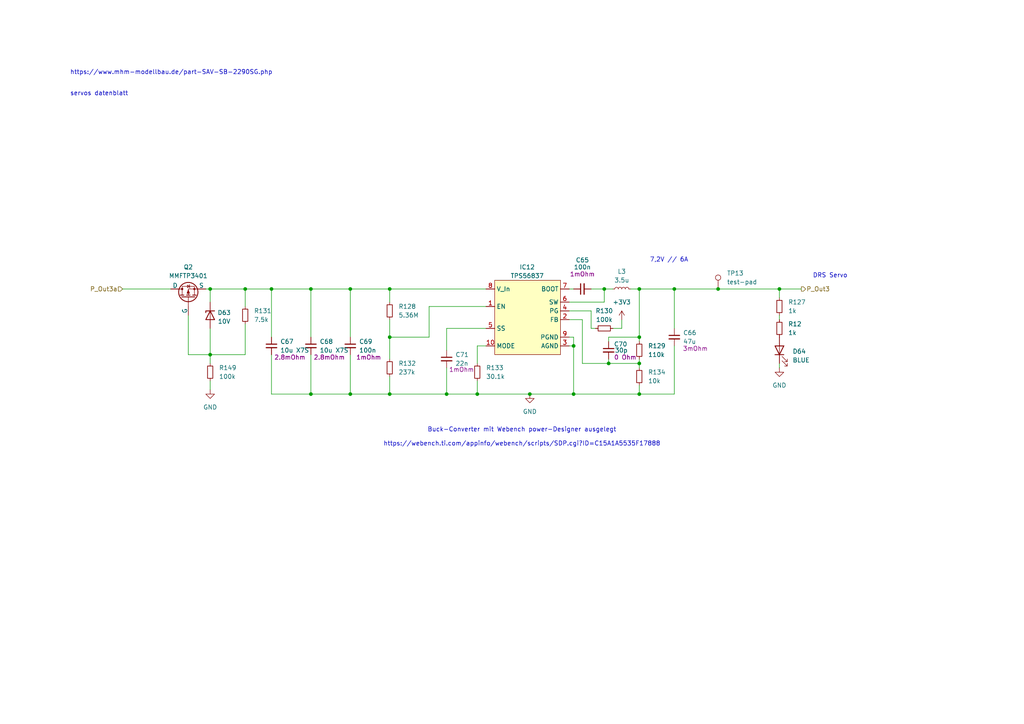
<source format=kicad_sch>
(kicad_sch (version 20231120) (generator "eeschema") (generator_version "8.0")
  (paper "A4")
  (title_block (title "PDU FT25") (date "2025-01-06") (rev "V1.1") (company "Janek Herm") (comment 1 "FaSTTUBe Electronics"))
  (lib_symbols
    (symbol "Connector:TestPoint" (pin_numbers hide) (pin_names (offset 0.762) hide)
      (property "Reference" "TP" (at 0 6.858 0))
      (property "Value" "TestPoint" (at 0 5.08 0))
      (symbol "TestPoint_0_1"
        (circle (center 0 3.302) (radius 0.762))
      )
      (symbol "TestPoint_1_1"
        (pin passive line (at 0 0 90) (length 2.54) (name "1") (number "1"))
      )
    )
    (symbol "Device:C_Small" (pin_numbers hide) (pin_names (offset 0.254) hide)
      (property "Reference" "C" (at 0.254 1.778 0))
      (property "Value" "C_Small" (at 0.254 -2.032 0))
      (symbol "C_Small_0_1"
        (polyline (pts (xy -1.524 -0.508) (xy 1.524 -0.508)) (stroke (width 0.3302)))
        (polyline (pts (xy -1.524 0.508) (xy 1.524 0.508)) (stroke (width 0.3048)))
      )
      (symbol "C_Small_1_1"
        (pin passive line (at 0 2.54 270) (length 2.032) (name "~") (number "1"))
        (pin passive line (at 0 -2.54 90) (length 2.032) (name "~") (number "2"))
      )
    )
    (symbol "Device:D_Zener" (pin_numbers hide) (pin_names (offset 1.016) hide)
      (property "Reference" "D" (at 0 2.54 0))
      (property "Value" "D_Zener" (at 0 -2.54 0))
      (symbol "D_Zener_0_1"
        (polyline (pts (xy 1.27 0) (xy -1.27 0)))
        (polyline (pts (xy -1.27 -1.27) (xy -1.27 1.27) (xy -0.762 1.27)) (stroke (width 0.254)))
        (polyline (pts (xy 1.27 -1.27) (xy 1.27 1.27) (xy -1.27 0) (xy 1.27 -1.27)) (stroke (width 0.254)))
      )
      (symbol "D_Zener_1_1"
        (pin passive line (at -3.81 0 0) (length 2.54) (name "K") (number "1"))
        (pin passive line (at 3.81 0 180) (length 2.54) (name "A") (number "2"))
      )
    )
    (symbol "Device:LED" (pin_numbers hide) (pin_names (offset 1.016) hide)
      (property "Reference" "D" (at 0 2.54 0))
      (property "Value" "LED" (at 0 -2.54 0))
      (symbol "LED_0_1"
        (polyline (pts (xy -1.27 -1.27) (xy -1.27 1.27)) (stroke (width 0.254)))
        (polyline (pts (xy -1.27 0) (xy 1.27 0)))
        (polyline (pts (xy 1.27 -1.27) (xy 1.27 1.27) (xy -1.27 0) (xy 1.27 -1.27)) (stroke (width 0.254)))
        (polyline (pts (xy -3.048 -0.762) (xy -4.572 -2.286) (xy -3.81 -2.286) (xy -4.572 -2.286) (xy -4.572 -1.524)))
        (polyline (pts (xy -1.778 -0.762) (xy -3.302 -2.286) (xy -2.54 -2.286) (xy -3.302 -2.286) (xy -3.302 -1.524)))
      )
      (symbol "LED_1_1"
        (pin passive line (at -3.81 0 0) (length 2.54) (name "K") (number "1"))
        (pin passive line (at 3.81 0 180) (length 2.54) (name "A") (number "2"))
      )
    )
    (symbol "Device:L_Small" (pin_numbers hide) (pin_names (offset 0.254) hide)
      (property "Reference" "L" (at 0.762 1.016 0))
      (property "Value" "L_Small" (at 0.762 -1.016 0))
      (symbol "L_Small_0_1"
        (arc (start 0 -2.032) (mid 0.5058 -1.524) (end 0 -1.016))
        (arc (start 0 -1.016) (mid 0.5058 -0.508) (end 0 0))
        (arc (start 0 0) (mid 0.5058 0.508) (end 0 1.016))
        (arc (start 0 1.016) (mid 0.5058 1.524) (end 0 2.032))
      )
      (symbol "L_Small_1_1"
        (pin passive line (at 0 2.54 270) (length 0.508) (name "~") (number "1"))
        (pin passive line (at 0 -2.54 90) (length 0.508) (name "~") (number "2"))
      )
    )
    (symbol "Device:R_Small" (pin_numbers hide) (pin_names (offset 0.254) hide)
      (property "Reference" "R" (at 0.762 0.508 0))
      (property "Value" "R_Small" (at 0.762 -1.016 0))
      (symbol "R_Small_0_1"
        (rectangle (start -0.762 1.778) (end 0.762 -1.778) (stroke (width 0.2032)))
      )
      (symbol "R_Small_1_1"
        (pin passive line (at 0 2.54 270) (length 0.762) (name "~") (number "1"))
        (pin passive line (at 0 -2.54 90) (length 0.762) (name "~") (number "2"))
      )
    )
    (symbol "FaSTTUBe_Voltage_Regulators:TPS56837"
      (property "Reference" "IC" (at -3.556 10.922 0))
      (property "Value" "TPS56837" (at -3.302 8.636 0))
      (symbol "TPS56837_1_1"
        (rectangle (start -12.7 7.62) (end 6.35 -13.97) (fill (type background)))
        (pin input line (at -15.24 0 0) (length 2.54) (name "EN") (number "1"))
        (pin input line (at -15.24 -11.43 0) (length 2.54) (name "MODE") (number "10"))
        (pin input line (at 8.89 -3.81 180) (length 2.54) (name "FB") (number "2"))
        (pin input line (at 8.89 -11.43 180) (length 2.54) (name "AGND") (number "3"))
        (pin input line (at 8.89 -1.27 180) (length 2.54) (name "PG") (number "4"))
        (pin input line (at -15.24 -6.35 0) (length 2.54) (name "SS") (number "5"))
        (pin input line (at 8.89 1.27 180) (length 2.54) (name "SW") (number "6"))
        (pin input line (at 8.89 5.08 180) (length 2.54) (name "BOOT") (number "7"))
        (pin input line (at -15.24 5.08 0) (length 2.54) (name "V_In") (number "8"))
        (pin input line (at 8.89 -8.89 180) (length 2.54) (name "PGND") (number "9"))
      )
    )
    (symbol "Simulation_SPICE:PMOS" (pin_numbers hide) (pin_names (offset 0))
      (property "Reference" "Q" (at 5.08 1.27 0))
      (property "Value" "PMOS" (at 5.08 -1.27 0))
      (symbol "PMOS_0_1"
        (polyline (pts (xy 0.254 0) (xy -2.54 0)))
        (polyline (pts (xy 0.254 1.905) (xy 0.254 -1.905)) (stroke (width 0.254)))
        (polyline (pts (xy 0.762 -1.27) (xy 0.762 -2.286)) (stroke (width 0.254)))
        (polyline (pts (xy 0.762 0.508) (xy 0.762 -0.508)) (stroke (width 0.254)))
        (polyline (pts (xy 0.762 2.286) (xy 0.762 1.27)) (stroke (width 0.254)))
        (polyline (pts (xy 2.54 2.54) (xy 2.54 1.778)))
        (polyline (pts (xy 2.54 -2.54) (xy 2.54 0) (xy 0.762 0)))
        (polyline (pts (xy 0.762 1.778) (xy 3.302 1.778) (xy 3.302 -1.778) (xy 0.762 -1.778)))
        (polyline (pts (xy 2.286 0) (xy 1.27 0.381) (xy 1.27 -0.381) (xy 2.286 0)) (fill (type outline)))
        (polyline (pts (xy 2.794 -0.508) (xy 2.921 -0.381) (xy 3.683 -0.381) (xy 3.81 -0.254)))
        (polyline (pts (xy 3.302 -0.381) (xy 2.921 0.254) (xy 3.683 0.254) (xy 3.302 -0.381)))
        (circle (center 1.651 0) (radius 2.794) (stroke (width 0.254)))
        (circle (center 2.54 -1.778) (radius 0.254) (fill (type outline)))
        (circle (center 2.54 1.778) (radius 0.254) (fill (type outline)))
      )
      (symbol "PMOS_1_1"
        (pin passive line (at 2.54 5.08 270) (length 2.54) (name "D") (number "1"))
        (pin input line (at -5.08 0 0) (length 2.54) (name "G") (number "2"))
        (pin passive line (at 2.54 -5.08 90) (length 2.54) (name "S") (number "3"))
      )
    )
    (symbol "power:+3.3V" (power) (pin_numbers hide) (pin_names (offset 0) hide)
      (property "Value" "+3.3V" (at 0 3.556 0))
      (symbol "+3.3V_0_1"
        (polyline (pts (xy -0.762 1.27) (xy 0 2.54)))
        (polyline (pts (xy 0 0) (xy 0 2.54)))
        (polyline (pts (xy 0 2.54) (xy 0.762 1.27)))
      )
      (symbol "+3.3V_1_1"
        (pin power_in line (at 0 0 90) (length 0) (name "~") (number "1"))
      )
    )
    (symbol "power:GND" (power) (pin_numbers hide) (pin_names (offset 0) hide)
      (property "Value" "GND" (at 0 -3.81 0))
      (symbol "GND_0_1"
        (polyline (pts (xy 0 0) (xy 0 -1.27) (xy 1.27 -1.27) (xy 0 -2.54) (xy -1.27 -1.27) (xy 0 -1.27)))
      )
      (symbol "GND_1_1"
        (pin power_in line (at 0 0 270) (length 0) (name "~") (number "1"))
      )
    )
  )
  (junction (at 113.03 114.3))
  (junction (at 226.06 83.82))
  (junction (at 195.58 83.82))
  (junction (at 185.42 105.41))
  (junction (at 113.03 83.82))
  (junction (at 185.42 83.82))
  (junction (at 101.6 114.3))
  (junction (at 129.54 114.3))
  (junction (at 208.28 83.82))
  (junction (at 185.42 114.3))
  (junction (at 176.53 105.41))
  (junction (at 101.6 83.82))
  (junction (at 60.96 102.87))
  (junction (at 185.42 97.79))
  (junction (at 90.17 83.82))
  (junction (at 153.67 114.3))
  (junction (at 78.74 83.82))
  (junction (at 138.43 114.3))
  (junction (at 175.26 83.82))
  (junction (at 166.37 114.3))
  (junction (at 71.12 83.82))
  (junction (at 113.03 97.79))
  (junction (at 166.37 100.33))
  (junction (at 90.17 114.3))
  (junction (at 60.96 83.82))
  (wire (pts (xy 71.12 83.82) (xy 78.74 83.82)))
  (wire (pts (xy 124.46 88.9) (xy 124.46 97.79)))
  (wire (pts (xy 113.03 109.22) (xy 113.03 114.3)))
  (wire (pts (xy 165.1 92.71) (xy 168.91 92.71)))
  (wire (pts (xy 166.37 100.33) (xy 166.37 114.3)))
  (wire (pts (xy 226.06 83.82) (xy 226.06 86.36)))
  (wire (pts (xy 176.53 105.41) (xy 185.42 105.41)))
  (wire (pts (xy 60.96 110.49) (xy 60.96 113.03)))
  (wire (pts (xy 226.06 105.41) (xy 226.06 106.68)))
  (wire (pts (xy 180.34 95.25) (xy 180.34 92.71)))
  (wire (pts (xy 226.06 91.44) (xy 226.06 92.71)))
  (wire (pts (xy 60.96 83.82) (xy 71.12 83.82)))
  (wire (pts (xy 101.6 102.87) (xy 101.6 114.3)))
  (wire (pts (xy 35.56 83.82) (xy 49.53 83.82)))
  (wire (pts (xy 90.17 102.87) (xy 90.17 114.3)))
  (wire (pts (xy 90.17 83.82) (xy 90.17 97.79)))
  (wire (pts (xy 185.42 111.76) (xy 185.42 114.3)))
  (wire (pts (xy 71.12 102.87) (xy 60.96 102.87)))
  (wire (pts (xy 185.42 99.06) (xy 185.42 97.79)))
  (wire (pts (xy 60.96 102.87) (xy 60.96 105.41)))
  (wire (pts (xy 140.97 88.9) (xy 124.46 88.9)))
  (wire (pts (xy 177.8 83.82) (xy 175.26 83.82)))
  (wire (pts (xy 171.45 90.17) (xy 171.45 95.25)))
  (wire (pts (xy 129.54 106.68) (xy 129.54 114.3)))
  (wire (pts (xy 101.6 83.82) (xy 101.6 97.79)))
  (wire (pts (xy 71.12 83.82) (xy 71.12 88.9)))
  (wire (pts (xy 175.26 87.63) (xy 175.26 83.82)))
  (wire (pts (xy 208.28 83.82) (xy 226.06 83.82)))
  (wire (pts (xy 185.42 83.82) (xy 185.42 97.79)))
  (wire (pts (xy 166.37 114.3) (xy 185.42 114.3)))
  (wire (pts (xy 166.37 97.79) (xy 166.37 100.33)))
  (wire (pts (xy 165.1 87.63) (xy 175.26 87.63)))
  (wire (pts (xy 59.69 83.82) (xy 60.96 83.82)))
  (wire (pts (xy 138.43 110.49) (xy 138.43 114.3)))
  (wire (pts (xy 124.46 97.79) (xy 113.03 97.79)))
  (wire (pts (xy 185.42 114.3) (xy 195.58 114.3)))
  (wire (pts (xy 226.06 83.82) (xy 232.41 83.82)))
  (wire (pts (xy 185.42 83.82) (xy 195.58 83.82)))
  (wire (pts (xy 54.61 91.44) (xy 54.61 102.87)))
  (wire (pts (xy 195.58 100.33) (xy 195.58 114.3)))
  (wire (pts (xy 113.03 114.3) (xy 129.54 114.3)))
  (wire (pts (xy 138.43 114.3) (xy 153.67 114.3)))
  (wire (pts (xy 185.42 104.14) (xy 185.42 105.41)))
  (wire (pts (xy 113.03 92.71) (xy 113.03 97.79)))
  (wire (pts (xy 165.1 83.82) (xy 166.37 83.82)))
  (wire (pts (xy 195.58 83.82) (xy 195.58 95.25)))
  (wire (pts (xy 54.61 102.87) (xy 60.96 102.87)))
  (wire (pts (xy 176.53 105.41) (xy 176.53 104.14)))
  (wire (pts (xy 78.74 102.87) (xy 78.74 114.3)))
  (wire (pts (xy 78.74 114.3) (xy 90.17 114.3)))
  (wire (pts (xy 165.1 90.17) (xy 171.45 90.17)))
  (wire (pts (xy 165.1 97.79) (xy 166.37 97.79)))
  (wire (pts (xy 171.45 95.25) (xy 172.72 95.25)))
  (wire (pts (xy 165.1 100.33) (xy 166.37 100.33)))
  (wire (pts (xy 140.97 100.33) (xy 138.43 100.33)))
  (wire (pts (xy 138.43 100.33) (xy 138.43 105.41)))
  (wire (pts (xy 90.17 83.82) (xy 101.6 83.82)))
  (wire (pts (xy 185.42 105.41) (xy 185.42 106.68)))
  (wire (pts (xy 168.91 92.71) (xy 168.91 105.41)))
  (wire (pts (xy 71.12 93.98) (xy 71.12 102.87)))
  (wire (pts (xy 60.96 95.25) (xy 60.96 102.87)))
  (wire (pts (xy 129.54 114.3) (xy 138.43 114.3)))
  (wire (pts (xy 60.96 83.82) (xy 60.96 87.63)))
  (wire (pts (xy 113.03 83.82) (xy 113.03 87.63)))
  (wire (pts (xy 182.88 83.82) (xy 185.42 83.82)))
  (wire (pts (xy 171.45 83.82) (xy 175.26 83.82)))
  (wire (pts (xy 177.8 95.25) (xy 180.34 95.25)))
  (wire (pts (xy 140.97 95.25) (xy 129.54 95.25)))
  (wire (pts (xy 101.6 83.82) (xy 113.03 83.82)))
  (wire (pts (xy 78.74 83.82) (xy 90.17 83.82)))
  (wire (pts (xy 78.74 83.82) (xy 78.74 97.79)))
  (wire (pts (xy 113.03 97.79) (xy 113.03 104.14)))
  (wire (pts (xy 129.54 95.25) (xy 129.54 101.6)))
  (wire (pts (xy 168.91 105.41) (xy 176.53 105.41)))
  (wire (pts (xy 176.53 97.79) (xy 176.53 99.06)))
  (wire (pts (xy 101.6 114.3) (xy 113.03 114.3)))
  (wire (pts (xy 195.58 83.82) (xy 208.28 83.82)))
  (wire (pts (xy 153.67 114.3) (xy 166.37 114.3)))
  (wire (pts (xy 113.03 83.82) (xy 140.97 83.82)))
  (wire (pts (xy 90.17 114.3) (xy 101.6 114.3)))
  (wire (pts (xy 176.53 97.79) (xy 185.42 97.79)))
  (text "DRS Servo" (at 240.792 80.01 0) (effects (font (size 1.27 1.27))))
  (text "7,2V // 6A" (at 194.056 75.438 0) (effects (font (size 1.27 1.27))))
  (text "https://www.mhm-modellbau.de/part-SAV-SB-2290SG.php\n\n\nservos datenblatt" (at 20.32 27.94 0) (effects (font (size 1.27 1.27)) (justify left bottom)))
  (text "Buck-Converter mit Webench power-Designer ausgelegt\n\nhttps://webench.ti.com/appinfo/webench/scripts/SDP.cgi?ID=C15A1A5535F17888" (at 151.384 126.746 0) (effects (font (size 1.27 1.27))))
  (hierarchical_label "P_Out3" (shape output) (at 232.41 83.82 0))
  (hierarchical_label "P_Out3a" (shape input) (at 35.56 83.82 180))
  (symbol (lib_id "Device:R_Small") (at 185.42 109.22 0) (unit 1)
    (property "Reference" "R134" (at 187.96 107.9499 0) (effects (justify left)))
    (property "Value" "10k" (at 187.96 110.4899 0) (effects (justify left)))
    (property "Footprint" "Resistor_SMD:R_0603_1608Metric" (effects (hide yes)))
    (property "Description" "Resistor, small symbol" (effects (hide yes)))
  )
  (symbol (lib_id "Connector:TestPoint") (at 208.28 83.82 0) (unit 1)
    (property "Reference" "TP13" (at 210.82 79.2479 0) (effects (justify left)))
    (property "Value" "test-pad" (at 210.82 81.7879 0) (effects (justify left)))
    (property "Footprint" "5025:5025" (effects (hide yes)))
    (property "Description" "test point" (effects (hide yes)))
  )
  (symbol (lib_id "Device:D_Zener") (at 60.96 91.44 90) (mirror x) (unit 1)
    (property "Reference" "D63" (at 65.024 90.678 90))
    (property "Value" "10V" (at 65.024 93.218 90))
    (property "Footprint" "3SMAJ5934B-TP:DIOM5226X244N" (effects (hide yes)))
    (property "Datasheet" "https://www.mouser.de/datasheet/2/258/3SMAJ5918B_3SMAJ5956B_SMA_-3423242.pdf" (effects (hide yes)))
    (property "Description" "Zener diode" (effects (hide yes)))
    (property "MPR" "3SMAJ5925B" (effects (hide yes)))
  )
  (symbol (lib_id "Device:R_Small") (at 60.96 107.95 0) (unit 1)
    (property "Reference" "R149" (at 63.5 106.6799 0) (effects (justify left)))
    (property "Value" "100k" (at 63.5 109.2199 0) (effects (justify left)))
    (property "Footprint" "Resistor_SMD:R_0603_1608Metric" (effects (hide yes)))
    (property "Description" "Resistor, small symbol" (effects (hide yes)))
  )
  (symbol (lib_id "Device:C_Small") (at 78.74 100.33 0) (unit 1)
    (property "Reference" "C67" (at 81.28 99.0662 0) (effects (justify left)))
    (property "Value" "10u X7S" (at 81.28 101.6062 0) (effects (justify left)))
    (property "Footprint" "Capacitor_SMD:C_1210_3225Metric" (effects (hide yes)))
    (property "Description" "Unpolarized capacitor, small symbol" (effects (hide yes)))
    (property "Resistance" "2.8mOhm" (at 84.074 103.632 0))
  )
  (symbol (lib_id "Device:LED") (at 226.06 101.6 90) (unit 1)
    (property "Reference" "D64" (at 229.87 101.9174 90) (effects (justify right)))
    (property "Value" "BLUE" (at 229.87 104.4574 90) (effects (justify right)))
    (property "Footprint" "LED_SMD:LED_0603_1608Metric" (effects (hide yes)))
    (property "Datasheet" "https://www.we-online.com/components/products/datasheet/150060BS75000.pdf" (effects (hide yes)))
    (property "Description" "Light emitting diode" (effects (hide yes)))
    (property "MPR" "150060BS75000" (effects (hide yes)))
  )
  (symbol (lib_id "Device:C_Small") (at 129.54 104.14 0) (unit 1)
    (property "Reference" "C71" (at 132.08 102.8762 0) (effects (justify left)))
    (property "Value" "22n" (at 132.08 105.4162 0) (effects (justify left)))
    (property "Footprint" "Capacitor_SMD:C_0603_1608Metric" (effects (hide yes)))
    (property "Description" "Unpolarized capacitor, small symbol" (effects (hide yes)))
    (property "Resistance" "1mOhm" (at 133.858 107.188 0))
  )
  (symbol (lib_id "Simulation_SPICE:PMOS") (at 54.61 86.36 90) (unit 1)
    (property "Reference" "Q2" (at 54.61 77.47 90))
    (property "Value" "MMFTP3401" (at 54.61 80.01 90))
    (property "Footprint" "Package_TO_SOT_SMD:SOT-23" (effects (hide yes)))
    (property "Datasheet" "https://diotec.com/request/datasheet/mmftp3401.pdf" (effects (hide yes)))
    (property "Description" "P-MOSFET transistor, drain/source/gate" (effects (hide yes)))
    (property "Sim.Device" "PMOS" (effects (hide yes)))
    (property "Sim.Type" "VDMOS" (effects (hide yes)))
    (property "Sim.Pins" "1=D 2=G 3=S" (effects (hide yes)))
  )
  (symbol (lib_id "Device:C_Small") (at 101.6 100.33 0) (unit 1)
    (property "Reference" "C69" (at 104.14 99.0662 0) (effects (justify left)))
    (property "Value" "100n" (at 104.14 101.6062 0) (effects (justify left)))
    (property "Footprint" "Capacitor_SMD:C_0805_2012Metric" (effects (hide yes)))
    (property "Description" "Unpolarized capacitor, small symbol" (effects (hide yes)))
    (property "Resistance" "1mOhm" (at 106.934 103.632 0))
  )
  (symbol (lib_id "power:GND") (at 60.96 113.03 0) (unit 1)
    (property "Reference" "#PWR0190" (effects (hide yes)))
    (property "Value" "GND" (at 60.96 118.11 0))
    (property "Description" "Power symbol creates a global label with name \"GND\" , ground" (effects (hide yes)))
  )
  (symbol (lib_id "Device:R_Small") (at 226.06 95.25 0) (unit 1)
    (property "Reference" "R12" (at 228.6 93.9799 0) (effects (justify left)))
    (property "Value" "1k" (at 228.6 96.5199 0) (effects (justify left)))
    (property "Footprint" "Resistor_SMD:R_0603_1608Metric" (effects (hide yes)))
    (property "Description" "Resistor, small symbol" (effects (hide yes)))
  )
  (symbol (lib_id "FaSTTUBe_Voltage_Regulators:TPS56837") (at 156.21 88.9 0) (unit 1)
    (property "Reference" "IC12" (at 152.908 77.47 0))
    (property "Value" "TPS56837" (at 152.908 80.01 0))
    (property "Footprint" "TPS56837:TPS56837" (effects (hide yes)))
    (property "Datasheet" "https://www.ti.com/lit/ds/symlink/tps56837.pdf?ts=1731338435977" (effects (hide yes)))
  )
  (symbol (lib_id "Device:R_Small") (at 138.43 107.95 0) (unit 1)
    (property "Reference" "R133" (at 140.97 106.6799 0) (effects (justify left)))
    (property "Value" "30.1k" (at 140.97 109.2199 0) (effects (justify left)))
    (property "Footprint" "Resistor_SMD:R_0603_1608Metric" (effects (hide yes)))
    (property "Description" "Resistor, small symbol" (effects (hide yes)))
  )
  (symbol (lib_id "power:GND") (at 153.67 114.3 0) (unit 1)
    (property "Reference" "#PWR0191" (effects (hide yes)))
    (property "Value" "GND" (at 153.67 119.38 0))
    (property "Description" "Power symbol creates a global label with name \"GND\" , ground" (effects (hide yes)))
  )
  (symbol (lib_id "Device:R_Small") (at 71.12 91.44 0) (unit 1)
    (property "Reference" "R131" (at 73.66 90.1699 0) (effects (justify left)))
    (property "Value" "7.5k" (at 73.66 92.7099 0) (effects (justify left)))
    (property "Footprint" "Resistor_SMD:R_0603_1608Metric" (effects (hide yes)))
    (property "Description" "Resistor, small symbol" (effects (hide yes)))
  )
  (symbol (lib_id "Device:C_Small") (at 195.58 97.79 0) (unit 1)
    (property "Reference" "C66" (at 198.12 96.5262 0) (effects (justify left)))
    (property "Value" "47u" (at 198.12 99.0662 0) (effects (justify left)))
    (property "Footprint" "Capacitor_SMD:C_1210_3225Metric" (effects (hide yes)))
    (property "Description" "Unpolarized capacitor, small symbol" (effects (hide yes)))
    (property "Resistance" "3mOhm" (at 201.676 101.092 0))
  )
  (symbol (lib_id "Device:R_Small") (at 226.06 88.9 0) (unit 1)
    (property "Reference" "R127" (at 228.6 87.6299 0) (effects (justify left)))
    (property "Value" "1k" (at 228.6 90.1699 0) (effects (justify left)))
    (property "Footprint" "Resistor_SMD:R_0603_1608Metric" (effects (hide yes)))
    (property "Description" "Resistor, small symbol" (effects (hide yes)))
  )
  (symbol (lib_id "Device:R_Small") (at 113.03 106.68 0) (unit 1)
    (property "Reference" "R132" (at 115.57 105.4099 0) (effects (justify left)))
    (property "Value" "237k" (at 115.57 107.9499 0) (effects (justify left)))
    (property "Footprint" "Resistor_SMD:R_0603_1608Metric" (effects (hide yes)))
    (property "Description" "Resistor, small symbol" (effects (hide yes)))
  )
  (symbol (lib_id "Device:C_Small") (at 176.53 101.6 0) (unit 1)
    (property "Reference" "C70" (at 178.054 99.8282 0) (effects (justify left)))
    (property "Value" "30p" (at 178.308 101.6062 0) (effects (justify left)))
    (property "Footprint" "Capacitor_SMD:C_0603_1608Metric" (effects (hide yes)))
    (property "Description" "Unpolarized capacitor, small symbol" (effects (hide yes)))
    (property "Resistance" "0 Ohm" (at 181.356 103.632 0))
  )
  (symbol (lib_id "Device:L_Small") (at 180.34 83.82 90) (unit 1)
    (property "Reference" "L3" (at 180.34 78.74 90))
    (property "Value" "3.5u" (at 180.34 81.28 90))
    (property "Footprint" "WE-PD:WE-PD_1260_1245_1280_121054" (effects (hide yes)))
    (property "Datasheet" "https://www.we-online.com/components/products/datasheet/7447709003.pdf" (effects (hide yes)))
    (property "Description" "Inductor, small symbol" (effects (hide yes)))
  )
  (symbol (lib_id "Device:C_Small") (at 90.17 100.33 0) (unit 1)
    (property "Reference" "C68" (at 92.71 99.0662 0) (effects (justify left)))
    (property "Value" "10u X7S" (at 92.71 101.6062 0) (effects (justify left)))
    (property "Footprint" "Capacitor_SMD:C_1210_3225Metric" (effects (hide yes)))
    (property "Description" "Unpolarized capacitor, small symbol" (effects (hide yes)))
    (property "Resistance" "2.8mOhm" (at 95.504 103.632 0))
  )
  (symbol (lib_id "Device:R_Small") (at 185.42 101.6 0) (unit 1)
    (property "Reference" "R129" (at 187.96 100.3299 0) (effects (justify left)))
    (property "Value" "110k" (at 187.96 102.8699 0) (effects (justify left)))
    (property "Footprint" "Resistor_SMD:R_0603_1608Metric" (effects (hide yes)))
    (property "Description" "Resistor, small symbol" (effects (hide yes)))
  )
  (symbol (lib_id "power:GND") (at 226.06 106.68 0) (unit 1)
    (property "Reference" "#PWR0189" (effects (hide yes)))
    (property "Value" "GND" (at 226.06 111.76 0))
    (property "Description" "Power symbol creates a global label with name \"GND\" , ground" (effects (hide yes)))
  )
  (symbol (lib_id "Device:C_Small") (at 168.91 83.82 90) (unit 1)
    (property "Reference" "C65" (at 168.9163 75.438 90))
    (property "Value" "100n" (at 168.9163 77.47 90))
    (property "Footprint" "Capacitor_SMD:C_0603_1608Metric" (effects (hide yes)))
    (property "Description" "Unpolarized capacitor, small symbol" (effects (hide yes)))
    (property "Resistance" "1mOhm" (at 168.91 79.502 90))
  )
  (symbol (lib_id "power:+3.3V") (at 180.34 92.71 0) (unit 1)
    (property "Reference" "#PWR0188" (effects (hide yes)))
    (property "Value" "+3V3" (at 180.34 87.63 0))
    (property "Description" "Power symbol creates a global label with name \"+3.3V\"" (effects (hide yes)))
  )
  (symbol (lib_id "Device:R_Small") (at 113.03 90.17 0) (unit 1)
    (property "Reference" "R128" (at 115.57 88.8999 0) (effects (justify left)))
    (property "Value" "5.36M" (at 115.57 91.4399 0) (effects (justify left)))
    (property "Footprint" "Resistor_SMD:R_0603_1608Metric" (effects (hide yes)))
    (property "Description" "Resistor, small symbol" (effects (hide yes)))
  )
  (symbol (lib_id "Device:R_Small") (at 175.26 95.25 90) (unit 1)
    (property "Reference" "R130" (at 175.26 90.17 90))
    (property "Value" "100k" (at 175.26 92.71 90))
    (property "Footprint" "Resistor_SMD:R_0603_1608Metric" (effects (hide yes)))
    (property "Description" "Resistor, small symbol" (effects (hide yes)))
  )
)
</source>
